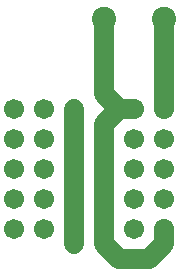
<source format=gtl>
%MOIN*%
%FSLAX25Y25*%
G04 D10 used for Character Trace; *
G04     Circle (OD=.01000) (No hole)*
G04 D11 used for Power Trace; *
G04     Circle (OD=.06500) (No hole)*
G04 D12 used for Signal Trace; *
G04     Circle (OD=.01100) (No hole)*
G04 D13 used for Via; *
G04     Circle (OD=.05800) (Round. Hole ID=.02800)*
G04 D14 used for Component hole; *
G04     Circle (OD=.06500) (Round. Hole ID=.03500)*
G04 D15 used for Component hole; *
G04     Circle (OD=.06700) (Round. Hole ID=.04300)*
G04 D16 used for Component hole; *
G04     Circle (OD=.08100) (Round. Hole ID=.05100)*
G04 D17 used for Component hole; *
G04     Circle (OD=.08900) (Round. Hole ID=.05900)*
G04 D18 used for Component hole; *
G04     Circle (OD=.11300) (Round. Hole ID=.08300)*
G04 D19 used for Component hole; *
G04     Circle (OD=.16000) (Round. Hole ID=.13000)*
G04 D20 used for Component hole; *
G04     Circle (OD=.18300) (Round. Hole ID=.15300)*
G04 D21 used for Component hole; *
G04     Circle (OD=.22291) (Round. Hole ID=.19291)*
%ADD10C,.01000*%
%ADD11C,.06500*%
%ADD12C,.01100*%
%ADD13C,.05800*%
%ADD14C,.06500*%
%ADD15C,.06700*%
%ADD16C,.08100*%
%ADD17C,.08900*%
%ADD18C,.11300*%
%ADD19C,.16000*%
%ADD20C,.18300*%
%ADD21C,.22291*%
%IPPOS*%
%LPD*%
G90*X0Y0D02*D15*X10000Y15000D03*X20000D03*        
Y25000D03*X10000D03*D13*X30000Y10000D03*D11*      
Y55000D01*D13*D03*D15*X20000Y45000D03*D11*        
X40000Y10000D02*Y50000D01*X45000Y5000D02*         
X40000Y10000D01*X45000Y5000D02*X55000D01*         
X60000Y10000D01*Y15000D01*D15*D03*X50000Y25000D03*
X60000D03*X50000Y15000D03*X60000Y35000D03*        
X50000D03*X60000Y45000D03*X50000D03*D11*          
X40000Y50000D02*X45000Y55000D01*X50000D01*D15*D03*
D11*X45000D02*X40000Y60000D01*Y85000D01*D16*D03*  
X60000D03*D11*Y55000D01*D15*D03*X20000D03*        
Y35000D03*X10000Y55000D03*Y45000D03*Y35000D03*M02*

</source>
